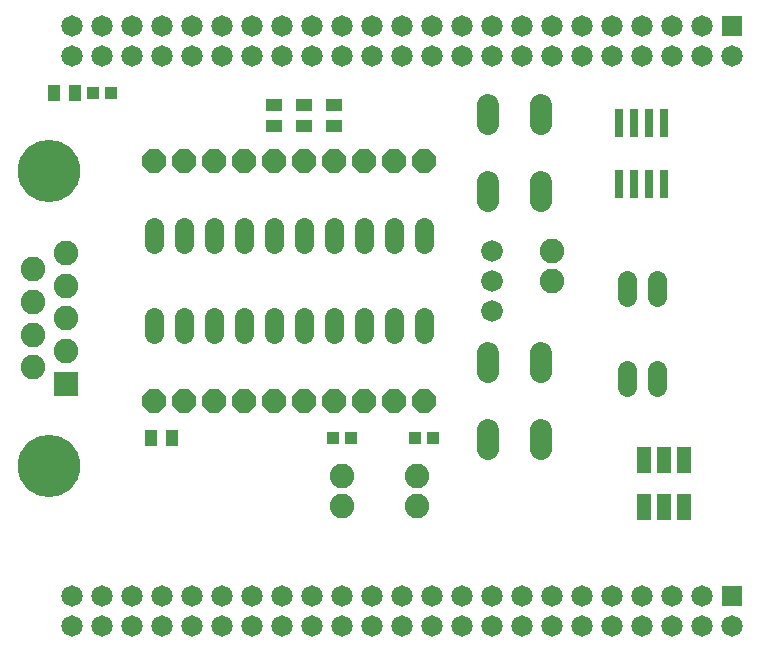
<source format=gts>
G75*
G70*
%OFA0B0*%
%FSLAX24Y24*%
%IPPOS*%
%LPD*%
%AMOC8*
5,1,8,0,0,1.08239X$1,22.5*
%
%ADD10R,0.0714X0.0714*%
%ADD11C,0.0714*%
%ADD12R,0.0316X0.0946*%
%ADD13C,0.0640*%
%ADD14R,0.0395X0.0552*%
%ADD15R,0.0552X0.0395*%
%ADD16R,0.0395X0.0395*%
%ADD17C,0.0720*%
%ADD18C,0.0720*%
%ADD19C,0.0820*%
%ADD20R,0.0820X0.0820*%
%ADD21C,0.2080*%
%ADD22OC8,0.0780*%
%ADD23R,0.0513X0.0867*%
D10*
X029113Y002250D03*
X029113Y021250D03*
D11*
X007113Y001250D03*
X008113Y001250D03*
X009113Y001250D03*
X010113Y001250D03*
X011113Y001250D03*
X012113Y001250D03*
X013113Y001250D03*
X014113Y001250D03*
X015113Y001250D03*
X016113Y001250D03*
X017113Y001250D03*
X018113Y001250D03*
X019113Y001250D03*
X020113Y001250D03*
X021113Y001250D03*
X022113Y001250D03*
X023113Y001250D03*
X024113Y001250D03*
X025113Y001250D03*
X026113Y001250D03*
X027113Y001250D03*
X028113Y001250D03*
X029113Y001250D03*
X028113Y002250D03*
X027113Y002250D03*
X026113Y002250D03*
X025113Y002250D03*
X024113Y002250D03*
X023113Y002250D03*
X022113Y002250D03*
X021113Y002250D03*
X020113Y002250D03*
X019113Y002250D03*
X018113Y002250D03*
X017113Y002250D03*
X016113Y002250D03*
X015113Y002250D03*
X014113Y002250D03*
X013113Y002250D03*
X012113Y002250D03*
X011113Y002250D03*
X010113Y002250D03*
X009113Y002250D03*
X008113Y002250D03*
X007113Y002250D03*
X007113Y020250D03*
X008113Y020250D03*
X009113Y020250D03*
X010113Y020250D03*
X011113Y020250D03*
X012113Y020250D03*
X013113Y020250D03*
X014113Y020250D03*
X015113Y020250D03*
X016113Y020250D03*
X017113Y020250D03*
X018113Y020250D03*
X019113Y020250D03*
X020113Y020250D03*
X021113Y020250D03*
X022113Y020250D03*
X023113Y020250D03*
X024113Y020250D03*
X025113Y020250D03*
X026113Y020250D03*
X027113Y020250D03*
X028113Y020250D03*
X029113Y020250D03*
X028113Y021250D03*
X027113Y021250D03*
X026113Y021250D03*
X025113Y021250D03*
X024113Y021250D03*
X023113Y021250D03*
X022113Y021250D03*
X021113Y021250D03*
X020113Y021250D03*
X019113Y021250D03*
X018113Y021250D03*
X017113Y021250D03*
X016113Y021250D03*
X015113Y021250D03*
X014113Y021250D03*
X013113Y021250D03*
X012113Y021250D03*
X011113Y021250D03*
X010113Y021250D03*
X009113Y021250D03*
X008113Y021250D03*
X007113Y021250D03*
D12*
X025363Y018024D03*
X025863Y018024D03*
X026363Y018024D03*
X026863Y018024D03*
X026863Y015976D03*
X026363Y015976D03*
X025863Y015976D03*
X025363Y015976D03*
D13*
X025613Y012780D02*
X025613Y012220D01*
X026613Y012220D02*
X026613Y012780D01*
X026613Y009780D02*
X026613Y009220D01*
X025613Y009220D02*
X025613Y009780D01*
X018863Y010970D02*
X018863Y011530D01*
X017863Y011530D02*
X017863Y010970D01*
X016863Y010970D02*
X016863Y011530D01*
X015863Y011530D02*
X015863Y010970D01*
X014863Y010970D02*
X014863Y011530D01*
X013863Y011530D02*
X013863Y010970D01*
X012863Y010970D02*
X012863Y011530D01*
X011863Y011530D02*
X011863Y010970D01*
X010863Y010970D02*
X010863Y011530D01*
X009863Y011530D02*
X009863Y010970D01*
X009863Y013970D02*
X009863Y014530D01*
X010863Y014530D02*
X010863Y013970D01*
X011863Y013970D02*
X011863Y014530D01*
X012863Y014530D02*
X012863Y013970D01*
X013863Y013970D02*
X013863Y014530D01*
X014863Y014530D02*
X014863Y013970D01*
X015863Y013970D02*
X015863Y014530D01*
X016863Y014530D02*
X016863Y013970D01*
X017863Y013970D02*
X017863Y014530D01*
X018863Y014530D02*
X018863Y013970D01*
D14*
X010468Y007500D03*
X009759Y007500D03*
X007218Y019000D03*
X006509Y019000D03*
D15*
X013863Y018604D03*
X014863Y018604D03*
X015863Y018604D03*
X015863Y017896D03*
X014863Y017896D03*
X013863Y017896D03*
D16*
X008409Y019000D03*
X007818Y019000D03*
X015818Y007500D03*
X016409Y007500D03*
X018568Y007500D03*
X019159Y007500D03*
D17*
X020973Y007790D02*
X020973Y007150D01*
X022753Y007150D02*
X022753Y007790D01*
X022753Y009710D02*
X022753Y010350D01*
X020973Y010350D02*
X020973Y009710D01*
X020973Y015400D02*
X020973Y016040D01*
X022753Y016040D02*
X022753Y015400D01*
X022753Y017960D02*
X022753Y018600D01*
X020973Y018600D02*
X020973Y017960D01*
D18*
X021113Y013750D03*
X021113Y012750D03*
X021113Y011750D03*
D19*
X023113Y012750D03*
X023113Y013750D03*
X018613Y006250D03*
X018613Y005250D03*
X016113Y005250D03*
X016113Y006250D03*
X006922Y010409D03*
X005804Y009866D03*
X005804Y010957D03*
X006922Y011500D03*
X005804Y012043D03*
X006922Y012591D03*
X005804Y013134D03*
X006922Y013681D03*
D20*
X006922Y009319D03*
D21*
X006363Y006579D03*
X006363Y016421D03*
D22*
X009863Y016750D03*
X010863Y016750D03*
X011863Y016750D03*
X012863Y016750D03*
X013863Y016750D03*
X014863Y016750D03*
X015863Y016750D03*
X016863Y016750D03*
X017863Y016750D03*
X018863Y016750D03*
X018863Y008750D03*
X017863Y008750D03*
X016863Y008750D03*
X015863Y008750D03*
X014863Y008750D03*
X013863Y008750D03*
X012863Y008750D03*
X011863Y008750D03*
X010863Y008750D03*
X009863Y008750D03*
D23*
X026194Y006787D03*
X026863Y006787D03*
X027533Y006787D03*
X027533Y005213D03*
X026863Y005213D03*
X026194Y005213D03*
M02*

</source>
